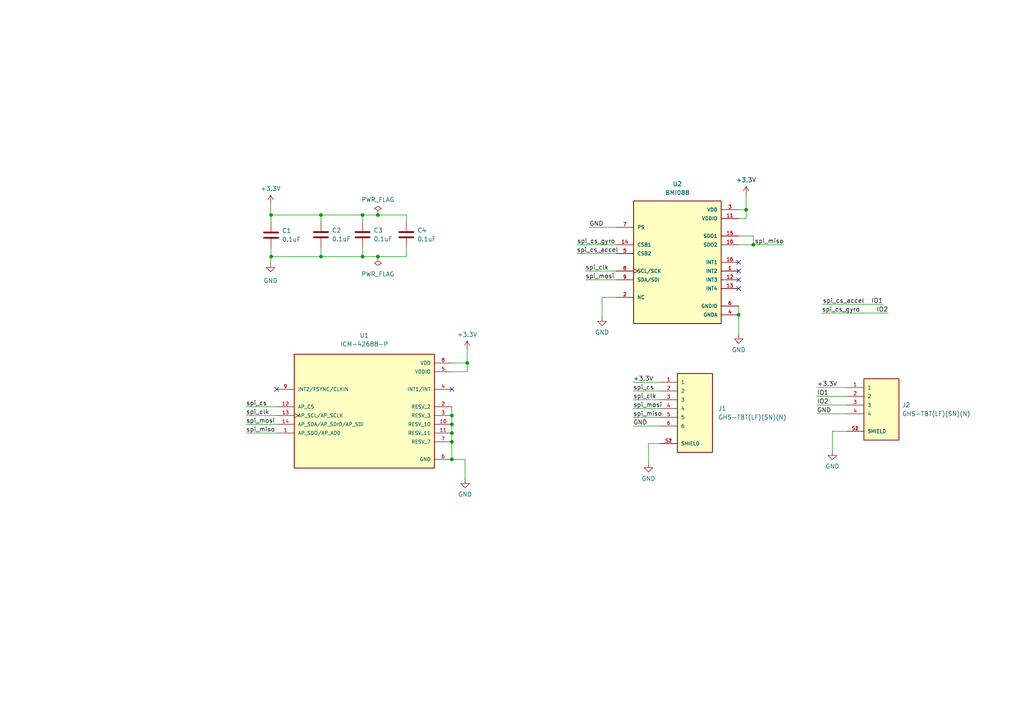
<source format=kicad_sch>
(kicad_sch (version 20230121) (generator eeschema)

  (uuid 988ee502-8596-4ebe-9b99-0eb76e7d156a)

  (paper "A4")

  (lib_symbols
    (symbol "BMI088:BMI088" (pin_names (offset 1.016)) (in_bom yes) (on_board yes)
      (property "Reference" "U" (at -12.7 18.415 0)
        (effects (font (size 1.27 1.27)) (justify left bottom))
      )
      (property "Value" "BMI088" (at -12.7 -20.32 0)
        (effects (font (size 1.27 1.27)) (justify left bottom))
      )
      (property "Footprint" "PQFN50P450X300X100-16N" (at 0 0 0)
        (effects (font (size 1.27 1.27)) (justify bottom) hide)
      )
      (property "Datasheet" "" (at 0 0 0)
        (effects (font (size 1.27 1.27)) hide)
      )
      (property "MF" "Bosch Sensortec" (at 0 0 0)
        (effects (font (size 1.27 1.27)) (justify bottom) hide)
      )
      (property "PURCHASE-URL" "https://pricing.snapeda.com/search/part/BMI088/?ref=eda" (at 0 0 0)
        (effects (font (size 1.27 1.27)) (justify bottom) hide)
      )
      (property "PACKAGE" "VFLGA-16 Bosch Sensortec" (at 0 0 0)
        (effects (font (size 1.27 1.27)) (justify bottom) hide)
      )
      (property "PRICE" "None" (at 0 0 0)
        (effects (font (size 1.27 1.27)) (justify bottom) hide)
      )
      (property "MP" "BMI088" (at 0 0 0)
        (effects (font (size 1.27 1.27)) (justify bottom) hide)
      )
      (property "AVAILABILITY" "In Stock" (at 0 0 0)
        (effects (font (size 1.27 1.27)) (justify bottom) hide)
      )
      (property "DESCRIPTION" "Accelerometer, Gyroscope, 6 Axis Sensor I²C, SPI Output" (at 0 0 0)
        (effects (font (size 1.27 1.27)) (justify bottom) hide)
      )
      (symbol "BMI088_0_0"
        (rectangle (start -12.7 -17.78) (end 12.7 17.78)
          (stroke (width 0.254) (type default))
          (fill (type background))
        )
        (pin bidirectional line (at 17.78 -2.54 180) (length 5.08)
          (name "INT2" (effects (font (size 1.016 1.016))))
          (number "1" (effects (font (size 1.016 1.016))))
        )
        (pin output line (at 17.78 5.08 180) (length 5.08)
          (name "SDO2" (effects (font (size 1.016 1.016))))
          (number "10" (effects (font (size 1.016 1.016))))
        )
        (pin power_in line (at 17.78 12.7 180) (length 5.08)
          (name "VDDIO" (effects (font (size 1.016 1.016))))
          (number "11" (effects (font (size 1.016 1.016))))
        )
        (pin bidirectional line (at 17.78 -5.08 180) (length 5.08)
          (name "INT3" (effects (font (size 1.016 1.016))))
          (number "12" (effects (font (size 1.016 1.016))))
        )
        (pin bidirectional line (at 17.78 -7.62 180) (length 5.08)
          (name "INT4" (effects (font (size 1.016 1.016))))
          (number "13" (effects (font (size 1.016 1.016))))
        )
        (pin input line (at -17.78 5.08 0) (length 5.08)
          (name "CSB1" (effects (font (size 1.016 1.016))))
          (number "14" (effects (font (size 1.016 1.016))))
        )
        (pin output line (at 17.78 7.62 180) (length 5.08)
          (name "SDO1" (effects (font (size 1.016 1.016))))
          (number "15" (effects (font (size 1.016 1.016))))
        )
        (pin bidirectional line (at 17.78 0 180) (length 5.08)
          (name "INT1" (effects (font (size 1.016 1.016))))
          (number "16" (effects (font (size 1.016 1.016))))
        )
        (pin passive line (at -17.78 -10.16 0) (length 5.08)
          (name "NC" (effects (font (size 1.016 1.016))))
          (number "2" (effects (font (size 1.016 1.016))))
        )
        (pin power_in line (at 17.78 15.24 180) (length 5.08)
          (name "VDD" (effects (font (size 1.016 1.016))))
          (number "3" (effects (font (size 1.016 1.016))))
        )
        (pin power_in line (at 17.78 -15.24 180) (length 5.08)
          (name "GNDA" (effects (font (size 1.016 1.016))))
          (number "4" (effects (font (size 1.016 1.016))))
        )
        (pin input line (at -17.78 2.54 0) (length 5.08)
          (name "CSB2" (effects (font (size 1.016 1.016))))
          (number "5" (effects (font (size 1.016 1.016))))
        )
        (pin power_in line (at 17.78 -12.7 180) (length 5.08)
          (name "GNDIO" (effects (font (size 1.016 1.016))))
          (number "6" (effects (font (size 1.016 1.016))))
        )
        (pin input line (at -17.78 10.16 0) (length 5.08)
          (name "PS" (effects (font (size 1.016 1.016))))
          (number "7" (effects (font (size 1.016 1.016))))
        )
        (pin input clock (at -17.78 -2.54 0) (length 5.08)
          (name "SCL/SCK" (effects (font (size 1.016 1.016))))
          (number "8" (effects (font (size 1.016 1.016))))
        )
        (pin bidirectional line (at -17.78 -5.08 0) (length 5.08)
          (name "SDA/SDI" (effects (font (size 1.016 1.016))))
          (number "9" (effects (font (size 1.016 1.016))))
        )
      )
    )
    (symbol "Device:C" (pin_numbers hide) (pin_names (offset 0.254)) (in_bom yes) (on_board yes)
      (property "Reference" "C" (at 0.635 2.54 0)
        (effects (font (size 1.27 1.27)) (justify left))
      )
      (property "Value" "C" (at 0.635 -2.54 0)
        (effects (font (size 1.27 1.27)) (justify left))
      )
      (property "Footprint" "" (at 0.9652 -3.81 0)
        (effects (font (size 1.27 1.27)) hide)
      )
      (property "Datasheet" "~" (at 0 0 0)
        (effects (font (size 1.27 1.27)) hide)
      )
      (property "ki_keywords" "cap capacitor" (at 0 0 0)
        (effects (font (size 1.27 1.27)) hide)
      )
      (property "ki_description" "Unpolarized capacitor" (at 0 0 0)
        (effects (font (size 1.27 1.27)) hide)
      )
      (property "ki_fp_filters" "C_*" (at 0 0 0)
        (effects (font (size 1.27 1.27)) hide)
      )
      (symbol "C_0_1"
        (polyline
          (pts
            (xy -2.032 -0.762)
            (xy 2.032 -0.762)
          )
          (stroke (width 0.508) (type default))
          (fill (type none))
        )
        (polyline
          (pts
            (xy -2.032 0.762)
            (xy 2.032 0.762)
          )
          (stroke (width 0.508) (type default))
          (fill (type none))
        )
      )
      (symbol "C_1_1"
        (pin passive line (at 0 3.81 270) (length 2.794)
          (name "~" (effects (font (size 1.27 1.27))))
          (number "1" (effects (font (size 1.27 1.27))))
        )
        (pin passive line (at 0 -3.81 90) (length 2.794)
          (name "~" (effects (font (size 1.27 1.27))))
          (number "2" (effects (font (size 1.27 1.27))))
        )
      )
    )
    (symbol "ICM-42688-P:ICM-42688-P" (pin_names (offset 1.016)) (in_bom yes) (on_board yes)
      (property "Reference" "U" (at -20.32 16.002 0)
        (effects (font (size 1.27 1.27)) (justify left bottom))
      )
      (property "Value" "ICM-42688-P" (at -20.32 -20.32 0)
        (effects (font (size 1.27 1.27)) (justify left bottom))
      )
      (property "Footprint" "PQFN50P300X250X97-14N" (at 0 0 0)
        (effects (font (size 1.27 1.27)) (justify bottom) hide)
      )
      (property "Datasheet" "" (at 0 0 0)
        (effects (font (size 1.27 1.27)) hide)
      )
      (property "PARTREV" "1.2" (at 0 0 0)
        (effects (font (size 1.27 1.27)) (justify bottom) hide)
      )
      (property "STANDARD" "IPC-7351B" (at 0 0 0)
        (effects (font (size 1.27 1.27)) (justify bottom) hide)
      )
      (property "MAXIMUM_PACKAGE_HEIGHT" "0.97mm" (at 0 0 0)
        (effects (font (size 1.27 1.27)) (justify bottom) hide)
      )
      (property "MANUFACTURER" "TDK InvenSense" (at 0 0 0)
        (effects (font (size 1.27 1.27)) (justify bottom) hide)
      )
      (symbol "ICM-42688-P_0_0"
        (rectangle (start -20.32 -17.78) (end 20.32 15.24)
          (stroke (width 0.254) (type default))
          (fill (type background))
        )
        (pin bidirectional line (at -25.4 -7.62 0) (length 5.08)
          (name "AP_SDO/AP_AD0" (effects (font (size 1.016 1.016))))
          (number "1" (effects (font (size 1.016 1.016))))
        )
        (pin passive line (at 25.4 -5.08 180) (length 5.08)
          (name "RESV_10" (effects (font (size 1.016 1.016))))
          (number "10" (effects (font (size 1.016 1.016))))
        )
        (pin passive line (at 25.4 -7.62 180) (length 5.08)
          (name "RESV_11" (effects (font (size 1.016 1.016))))
          (number "11" (effects (font (size 1.016 1.016))))
        )
        (pin input line (at -25.4 0 0) (length 5.08)
          (name "AP_CS" (effects (font (size 1.016 1.016))))
          (number "12" (effects (font (size 1.016 1.016))))
        )
        (pin input clock (at -25.4 -2.54 0) (length 5.08)
          (name "AP_SCL/AP_SCLK" (effects (font (size 1.016 1.016))))
          (number "13" (effects (font (size 1.016 1.016))))
        )
        (pin bidirectional line (at -25.4 -5.08 0) (length 5.08)
          (name "AP_SDA/AP_SDIO/AP_SDI" (effects (font (size 1.016 1.016))))
          (number "14" (effects (font (size 1.016 1.016))))
        )
        (pin passive line (at 25.4 0 180) (length 5.08)
          (name "RESV_2" (effects (font (size 1.016 1.016))))
          (number "2" (effects (font (size 1.016 1.016))))
        )
        (pin passive line (at 25.4 -2.54 180) (length 5.08)
          (name "RESV_3" (effects (font (size 1.016 1.016))))
          (number "3" (effects (font (size 1.016 1.016))))
        )
        (pin output line (at 25.4 5.08 180) (length 5.08)
          (name "INT1/INT" (effects (font (size 1.016 1.016))))
          (number "4" (effects (font (size 1.016 1.016))))
        )
        (pin power_in line (at 25.4 10.16 180) (length 5.08)
          (name "VDDIO" (effects (font (size 1.016 1.016))))
          (number "5" (effects (font (size 1.016 1.016))))
        )
        (pin passive line (at 25.4 -10.16 180) (length 5.08)
          (name "RESV_7" (effects (font (size 1.016 1.016))))
          (number "7" (effects (font (size 1.016 1.016))))
        )
        (pin power_in line (at 25.4 12.7 180) (length 5.08)
          (name "VDD" (effects (font (size 1.016 1.016))))
          (number "8" (effects (font (size 1.016 1.016))))
        )
        (pin bidirectional line (at -25.4 5.08 0) (length 5.08)
          (name "INT2/FSYNC/CLKIN" (effects (font (size 1.016 1.016))))
          (number "9" (effects (font (size 1.016 1.016))))
        )
      )
      (symbol "ICM-42688-P_1_0"
        (pin power_in line (at 25.4 -15.24 180) (length 5.08)
          (name "GND" (effects (font (size 1.016 1.016))))
          (number "6" (effects (font (size 1.016 1.016))))
        )
      )
    )
    (symbol "JST-GHS-1.25-BM04B:BM04B-GHS-TBT(LF)(SN)(N)" (pin_names (offset 1.016)) (in_bom yes) (on_board yes)
      (property "Reference" "J" (at -5.08 7.62 0)
        (effects (font (size 1.27 1.27)) (justify left bottom))
      )
      (property "Value" "BM04B-GHS-TBT(LF)(SN)(N)" (at -5.08 -12.7 0)
        (effects (font (size 1.27 1.27)) (justify left bottom))
      )
      (property "Footprint" "JST_BM04B-GHS-TBT(LF)(SN)(N)" (at 0 0 0)
        (effects (font (size 1.27 1.27)) (justify bottom) hide)
      )
      (property "Datasheet" "" (at 0 0 0)
        (effects (font (size 1.27 1.27)) hide)
      )
      (property "PARTREV" "N/A" (at 0 0 0)
        (effects (font (size 1.27 1.27)) (justify bottom) hide)
      )
      (property "MANUFACTURER" "JST" (at 0 0 0)
        (effects (font (size 1.27 1.27)) (justify bottom) hide)
      )
      (property "MAXIMUM_PACKAGE_HEIGHT" "4.05mm" (at 0 0 0)
        (effects (font (size 1.27 1.27)) (justify bottom) hide)
      )
      (property "STANDARD" "Manufacturer Recommendations" (at 0 0 0)
        (effects (font (size 1.27 1.27)) (justify bottom) hide)
      )
      (symbol "BM04B-GHS-TBT(LF)(SN)(N)_0_0"
        (rectangle (start -5.08 -10.16) (end 5.08 7.62)
          (stroke (width 0.254) (type default))
          (fill (type background))
        )
        (pin passive line (at -10.16 5.08 0) (length 5.08)
          (name "1" (effects (font (size 1.016 1.016))))
          (number "1" (effects (font (size 1.016 1.016))))
        )
        (pin passive line (at -10.16 2.54 0) (length 5.08)
          (name "2" (effects (font (size 1.016 1.016))))
          (number "2" (effects (font (size 1.016 1.016))))
        )
        (pin passive line (at -10.16 0 0) (length 5.08)
          (name "3" (effects (font (size 1.016 1.016))))
          (number "3" (effects (font (size 1.016 1.016))))
        )
        (pin passive line (at -10.16 -2.54 0) (length 5.08)
          (name "4" (effects (font (size 1.016 1.016))))
          (number "4" (effects (font (size 1.016 1.016))))
        )
        (pin passive line (at -10.16 -7.62 0) (length 5.08)
          (name "SHIELD" (effects (font (size 1.016 1.016))))
          (number "S1" (effects (font (size 1.016 1.016))))
        )
        (pin passive line (at -10.16 -7.62 0) (length 5.08)
          (name "SHIELD" (effects (font (size 1.016 1.016))))
          (number "S2" (effects (font (size 1.016 1.016))))
        )
      )
    )
    (symbol "JST-GHS-1.25-BM06B:BM06B-GHS-TBT(LF)(SN)(N)" (pin_names (offset 1.016)) (in_bom yes) (on_board yes)
      (property "Reference" "J" (at -5.08 10.16 0)
        (effects (font (size 1.27 1.27)) (justify left bottom))
      )
      (property "Value" "BM06B-GHS-TBT(LF)(SN)(N)" (at -5.08 -15.24 0)
        (effects (font (size 1.27 1.27)) (justify left bottom))
      )
      (property "Footprint" "JST_BM06B-GHS-TBT(LF)(SN)(N)" (at 0 0 0)
        (effects (font (size 1.27 1.27)) (justify bottom) hide)
      )
      (property "Datasheet" "" (at 0 0 0)
        (effects (font (size 1.27 1.27)) hide)
      )
      (property "PARTREV" "N/A" (at 0 0 0)
        (effects (font (size 1.27 1.27)) (justify bottom) hide)
      )
      (property "MANUFACTURER" "JST" (at 0 0 0)
        (effects (font (size 1.27 1.27)) (justify bottom) hide)
      )
      (property "MAXIMUM_PACKAGE_HEIGHT" "4.05mm" (at 0 0 0)
        (effects (font (size 1.27 1.27)) (justify bottom) hide)
      )
      (property "STANDARD" "Manufacturer Recommendations" (at 0 0 0)
        (effects (font (size 1.27 1.27)) (justify bottom) hide)
      )
      (symbol "BM06B-GHS-TBT(LF)(SN)(N)_0_0"
        (rectangle (start -5.08 -12.7) (end 5.08 10.16)
          (stroke (width 0.254) (type default))
          (fill (type background))
        )
        (pin passive line (at -10.16 7.62 0) (length 5.08)
          (name "1" (effects (font (size 1.016 1.016))))
          (number "1" (effects (font (size 1.016 1.016))))
        )
        (pin passive line (at -10.16 5.08 0) (length 5.08)
          (name "2" (effects (font (size 1.016 1.016))))
          (number "2" (effects (font (size 1.016 1.016))))
        )
        (pin passive line (at -10.16 2.54 0) (length 5.08)
          (name "3" (effects (font (size 1.016 1.016))))
          (number "3" (effects (font (size 1.016 1.016))))
        )
        (pin passive line (at -10.16 0 0) (length 5.08)
          (name "4" (effects (font (size 1.016 1.016))))
          (number "4" (effects (font (size 1.016 1.016))))
        )
        (pin passive line (at -10.16 -2.54 0) (length 5.08)
          (name "5" (effects (font (size 1.016 1.016))))
          (number "5" (effects (font (size 1.016 1.016))))
        )
        (pin passive line (at -10.16 -5.08 0) (length 5.08)
          (name "6" (effects (font (size 1.016 1.016))))
          (number "6" (effects (font (size 1.016 1.016))))
        )
        (pin passive line (at -10.16 -10.16 0) (length 5.08)
          (name "SHIELD" (effects (font (size 1.016 1.016))))
          (number "S1" (effects (font (size 1.016 1.016))))
        )
        (pin passive line (at -10.16 -10.16 0) (length 5.08)
          (name "SHIELD" (effects (font (size 1.016 1.016))))
          (number "S2" (effects (font (size 1.016 1.016))))
        )
      )
    )
    (symbol "power:+3.3V" (power) (pin_names (offset 0)) (in_bom yes) (on_board yes)
      (property "Reference" "#PWR" (at 0 -3.81 0)
        (effects (font (size 1.27 1.27)) hide)
      )
      (property "Value" "+3.3V" (at 0 3.556 0)
        (effects (font (size 1.27 1.27)))
      )
      (property "Footprint" "" (at 0 0 0)
        (effects (font (size 1.27 1.27)) hide)
      )
      (property "Datasheet" "" (at 0 0 0)
        (effects (font (size 1.27 1.27)) hide)
      )
      (property "ki_keywords" "global power" (at 0 0 0)
        (effects (font (size 1.27 1.27)) hide)
      )
      (property "ki_description" "Power symbol creates a global label with name \"+3.3V\"" (at 0 0 0)
        (effects (font (size 1.27 1.27)) hide)
      )
      (symbol "+3.3V_0_1"
        (polyline
          (pts
            (xy -0.762 1.27)
            (xy 0 2.54)
          )
          (stroke (width 0) (type default))
          (fill (type none))
        )
        (polyline
          (pts
            (xy 0 0)
            (xy 0 2.54)
          )
          (stroke (width 0) (type default))
          (fill (type none))
        )
        (polyline
          (pts
            (xy 0 2.54)
            (xy 0.762 1.27)
          )
          (stroke (width 0) (type default))
          (fill (type none))
        )
      )
      (symbol "+3.3V_1_1"
        (pin power_in line (at 0 0 90) (length 0) hide
          (name "+3.3V" (effects (font (size 1.27 1.27))))
          (number "1" (effects (font (size 1.27 1.27))))
        )
      )
    )
    (symbol "power:GND" (power) (pin_names (offset 0)) (in_bom yes) (on_board yes)
      (property "Reference" "#PWR" (at 0 -6.35 0)
        (effects (font (size 1.27 1.27)) hide)
      )
      (property "Value" "GND" (at 0 -3.81 0)
        (effects (font (size 1.27 1.27)))
      )
      (property "Footprint" "" (at 0 0 0)
        (effects (font (size 1.27 1.27)) hide)
      )
      (property "Datasheet" "" (at 0 0 0)
        (effects (font (size 1.27 1.27)) hide)
      )
      (property "ki_keywords" "global power" (at 0 0 0)
        (effects (font (size 1.27 1.27)) hide)
      )
      (property "ki_description" "Power symbol creates a global label with name \"GND\" , ground" (at 0 0 0)
        (effects (font (size 1.27 1.27)) hide)
      )
      (symbol "GND_0_1"
        (polyline
          (pts
            (xy 0 0)
            (xy 0 -1.27)
            (xy 1.27 -1.27)
            (xy 0 -2.54)
            (xy -1.27 -1.27)
            (xy 0 -1.27)
          )
          (stroke (width 0) (type default))
          (fill (type none))
        )
      )
      (symbol "GND_1_1"
        (pin power_in line (at 0 0 270) (length 0) hide
          (name "GND" (effects (font (size 1.27 1.27))))
          (number "1" (effects (font (size 1.27 1.27))))
        )
      )
    )
    (symbol "power:PWR_FLAG" (power) (pin_numbers hide) (pin_names (offset 0) hide) (in_bom yes) (on_board yes)
      (property "Reference" "#FLG" (at 0 1.905 0)
        (effects (font (size 1.27 1.27)) hide)
      )
      (property "Value" "PWR_FLAG" (at 0 3.81 0)
        (effects (font (size 1.27 1.27)))
      )
      (property "Footprint" "" (at 0 0 0)
        (effects (font (size 1.27 1.27)) hide)
      )
      (property "Datasheet" "~" (at 0 0 0)
        (effects (font (size 1.27 1.27)) hide)
      )
      (property "ki_keywords" "flag power" (at 0 0 0)
        (effects (font (size 1.27 1.27)) hide)
      )
      (property "ki_description" "Special symbol for telling ERC where power comes from" (at 0 0 0)
        (effects (font (size 1.27 1.27)) hide)
      )
      (symbol "PWR_FLAG_0_0"
        (pin power_out line (at 0 0 90) (length 0)
          (name "pwr" (effects (font (size 1.27 1.27))))
          (number "1" (effects (font (size 1.27 1.27))))
        )
      )
      (symbol "PWR_FLAG_0_1"
        (polyline
          (pts
            (xy 0 0)
            (xy 0 1.27)
            (xy -1.016 1.905)
            (xy 0 2.54)
            (xy 1.016 1.905)
            (xy 0 1.27)
          )
          (stroke (width 0) (type default))
          (fill (type none))
        )
      )
    )
  )

  (junction (at 78.613 62.357) (diameter 0) (color 0 0 0 0)
    (uuid 0eacf614-04ed-405d-abe0-4d74952058d3)
  )
  (junction (at 131.064 120.523) (diameter 0) (color 0 0 0 0)
    (uuid 1e091e17-0387-4e16-897f-52d94b12f52e)
  )
  (junction (at 109.601 74.422) (diameter 0) (color 0 0 0 0)
    (uuid 1e4716f9-ce3d-4de1-a39d-8e7111989907)
  )
  (junction (at 131.064 128.143) (diameter 0) (color 0 0 0 0)
    (uuid 22dc6f47-17e1-473c-b56b-d60ab416b0e9)
  )
  (junction (at 218.5034 70.993) (diameter 0) (color 0 0 0 0)
    (uuid 2597a464-897e-4c46-8d6f-f6118ba177e8)
  )
  (junction (at 78.6546 74.422) (diameter 0) (color 0 0 0 0)
    (uuid 3baa0ecf-44b8-48ec-a586-1fe33ae5b8bf)
  )
  (junction (at 93.091 74.422) (diameter 0) (color 0 0 0 0)
    (uuid 3cc74c6e-41d5-4fb8-a714-51fc6914ff3d)
  )
  (junction (at 216.408 60.833) (diameter 0) (color 0 0 0 0)
    (uuid 574aac75-38b4-472a-9bea-4a3d2214d94a)
  )
  (junction (at 105.156 74.422) (diameter 0) (color 0 0 0 0)
    (uuid 5a23a580-3d7c-4de3-8235-5f9b55dde564)
  )
  (junction (at 214.249 91.313) (diameter 0) (color 0 0 0 0)
    (uuid 8cff2ebe-7030-4513-8002-1d0f934e9250)
  )
  (junction (at 131.064 123.063) (diameter 0) (color 0 0 0 0)
    (uuid 8fdec6b7-9b79-40c1-8c6c-53db6247d439)
  )
  (junction (at 93.091 62.357) (diameter 0) (color 0 0 0 0)
    (uuid 9862dc7d-8ecd-45a8-a3b1-31e92062a891)
  )
  (junction (at 109.601 62.357) (diameter 0) (color 0 0 0 0)
    (uuid a72bc328-b598-49be-a501-2c3cecf11805)
  )
  (junction (at 105.156 62.357) (diameter 0) (color 0 0 0 0)
    (uuid a7b0c760-29b6-4d28-99c4-74d78786bc80)
  )
  (junction (at 131.064 125.603) (diameter 0) (color 0 0 0 0)
    (uuid a7bbd921-244e-4660-b7b4-e558907aaec8)
  )
  (junction (at 135.509 105.283) (diameter 0) (color 0 0 0 0)
    (uuid f5c6d6a1-02e8-4afd-ae44-3631d7371680)
  )
  (junction (at 131.064 133.223) (diameter 0) (color 0 0 0 0)
    (uuid f9fa0df6-b95b-4f88-a0bf-14a67085205b)
  )

  (no_connect (at 214.249 78.613) (uuid 35a34334-7eaa-4c49-8aa1-778b08cea829))
  (no_connect (at 131.064 112.903) (uuid 69da408d-69e6-4187-a50a-b61cfaf28373))
  (no_connect (at 214.249 76.073) (uuid 6cb7790d-f893-40ae-ad49-a66a00137f5f))
  (no_connect (at 214.249 83.693) (uuid 6f2ca4ac-2cba-411d-8c00-645778edb36e))
  (no_connect (at 80.264 112.903) (uuid a91c30d1-dc7d-4097-817b-6e35a28dd851))
  (no_connect (at 214.249 81.153) (uuid f368595d-03ad-48f5-a530-625dbd9d8969))

  (wire (pts (xy 236.982 117.475) (xy 245.491 117.475))
    (stroke (width 0) (type default))
    (uuid 0a81792a-a70a-4a3f-b871-be7794a88c65)
  )
  (wire (pts (xy 135.509 101.473) (xy 135.509 105.283))
    (stroke (width 0) (type default))
    (uuid 0d26ae1b-ff64-432b-ac44-ee836e3104bf)
  )
  (wire (pts (xy 167.386 70.993) (xy 178.689 70.993))
    (stroke (width 0) (type default))
    (uuid 0e606835-0113-4711-bc51-05dacbb9d14e)
  )
  (wire (pts (xy 255.524 90.805) (xy 238.379 90.805))
    (stroke (width 0) (type default))
    (uuid 0f99190e-2c02-4263-b615-c8b6a40fc931)
  )
  (wire (pts (xy 78.486 62.357) (xy 78.613 62.357))
    (stroke (width 0) (type default))
    (uuid 1106dfff-e2bf-4a77-874f-a514eb1658e3)
  )
  (wire (pts (xy 183.642 123.571) (xy 191.389 123.571))
    (stroke (width 0) (type default))
    (uuid 12615c8e-c577-4390-8ab5-34b4813a1329)
  )
  (wire (pts (xy 227.33 70.993) (xy 218.5034 70.993))
    (stroke (width 0) (type default))
    (uuid 160149ff-2ab8-446c-aa8b-8736861c7db7)
  )
  (wire (pts (xy 170.942 65.913) (xy 178.689 65.913))
    (stroke (width 0) (type default))
    (uuid 1b693fa7-f809-46c2-9bcf-73e338d3383c)
  )
  (wire (pts (xy 78.613 74.4086) (xy 78.6546 74.4086))
    (stroke (width 0) (type default))
    (uuid 1be450e5-277e-46ce-9438-81ad3576ab4a)
  )
  (wire (pts (xy 174.625 86.233) (xy 178.689 86.233))
    (stroke (width 0) (type default))
    (uuid 1eb20089-1ad1-4e7a-98e1-62d8af53ddc4)
  )
  (wire (pts (xy 214.249 91.313) (xy 214.249 97.028))
    (stroke (width 0) (type default))
    (uuid 1eb76406-67cb-4455-981b-16e20644c0b9)
  )
  (wire (pts (xy 218.5034 68.453) (xy 218.5034 70.993))
    (stroke (width 0) (type default))
    (uuid 1ecf31b9-aacb-4944-bbe3-c79b12873a09)
  )
  (wire (pts (xy 117.856 62.357) (xy 117.856 64.262))
    (stroke (width 0) (type default))
    (uuid 2269873b-9551-4834-b89b-de110da3346c)
  )
  (wire (pts (xy 134.874 133.223) (xy 134.874 138.938))
    (stroke (width 0) (type default))
    (uuid 23ab3e6d-e298-4e88-84ce-3c6c1df440fc)
  )
  (wire (pts (xy 183.642 113.411) (xy 191.389 113.411))
    (stroke (width 0) (type default))
    (uuid 2439475d-c89b-436e-91ed-7a15740690df)
  )
  (wire (pts (xy 214.249 68.453) (xy 218.5034 68.453))
    (stroke (width 0) (type default))
    (uuid 27a98c88-951d-4168-aa49-760afcd62537)
  )
  (wire (pts (xy 78.6546 74.4086) (xy 78.6546 74.422))
    (stroke (width 0) (type default))
    (uuid 2aa22cd9-2bdd-431b-aae8-7bd598d02159)
  )
  (wire (pts (xy 135.509 105.283) (xy 135.509 107.823))
    (stroke (width 0) (type default))
    (uuid 2b0cc65a-0742-4e0c-a25a-72b303cdb60a)
  )
  (wire (pts (xy 93.091 62.357) (xy 93.091 64.262))
    (stroke (width 0) (type default))
    (uuid 2b6e925c-3044-437d-95de-982842158456)
  )
  (wire (pts (xy 131.064 105.283) (xy 135.509 105.283))
    (stroke (width 0) (type default))
    (uuid 31f83022-2b5a-47d1-8837-66b42da47191)
  )
  (wire (pts (xy 131.064 120.523) (xy 131.064 123.063))
    (stroke (width 0) (type default))
    (uuid 3436f8f8-f812-45e5-8df8-8834fea193d1)
  )
  (wire (pts (xy 241.427 125.095) (xy 245.491 125.095))
    (stroke (width 0) (type default))
    (uuid 34550f0e-b6c9-4852-8c37-740007fb124b)
  )
  (wire (pts (xy 236.982 114.935) (xy 245.491 114.935))
    (stroke (width 0) (type default))
    (uuid 349caff7-082a-4b6b-a070-ce8f1cffbf83)
  )
  (wire (pts (xy 93.091 62.357) (xy 105.156 62.357))
    (stroke (width 0) (type default))
    (uuid 35c7634f-7758-4ab9-b520-301578b5b1c8)
  )
  (wire (pts (xy 188.087 128.651) (xy 191.389 128.651))
    (stroke (width 0) (type default))
    (uuid 379066cf-1502-4f78-95cb-f670e98e1412)
  )
  (wire (pts (xy 183.642 118.491) (xy 191.389 118.491))
    (stroke (width 0) (type default))
    (uuid 3a9ceff9-cfc4-47e4-8b68-acfda874567a)
  )
  (wire (pts (xy 131.064 107.823) (xy 135.509 107.823))
    (stroke (width 0) (type default))
    (uuid 41318521-ac4c-49a6-8ed1-5cd39b175c0d)
  )
  (wire (pts (xy 169.799 78.613) (xy 178.689 78.613))
    (stroke (width 0) (type default))
    (uuid 46d2aa2f-fb3a-4dd6-bbe6-ddb7d753a995)
  )
  (wire (pts (xy 71.374 123.063) (xy 80.264 123.063))
    (stroke (width 0) (type default))
    (uuid 4d7e3318-1973-4653-8682-73c039b488dc)
  )
  (wire (pts (xy 188.087 128.651) (xy 188.087 134.366))
    (stroke (width 0) (type default))
    (uuid 5531f25e-df2c-41e2-8bfb-03f6caad8c5e)
  )
  (wire (pts (xy 131.064 128.143) (xy 131.064 133.223))
    (stroke (width 0) (type default))
    (uuid 57e3f7e5-8037-46ba-a4cc-c66644870956)
  )
  (wire (pts (xy 241.427 125.095) (xy 241.427 130.81))
    (stroke (width 0) (type default))
    (uuid 657e0ef5-d560-4287-90ba-d2f813ca38db)
  )
  (wire (pts (xy 169.799 81.153) (xy 178.689 81.153))
    (stroke (width 0) (type default))
    (uuid 68564727-0989-481c-aad8-3834a8e414a5)
  )
  (wire (pts (xy 71.374 125.603) (xy 80.264 125.603))
    (stroke (width 0) (type default))
    (uuid 6c2d25db-17a2-4103-8df9-c24561921fba)
  )
  (wire (pts (xy 78.6546 74.422) (xy 93.091 74.422))
    (stroke (width 0) (type default))
    (uuid 6e9db8f9-49a9-4762-b030-7e1109763061)
  )
  (wire (pts (xy 78.613 62.357) (xy 93.091 62.357))
    (stroke (width 0) (type default))
    (uuid 6f5a8f8e-e9c3-40f7-8473-e311700c55aa)
  )
  (wire (pts (xy 78.613 64.389) (xy 78.613 62.357))
    (stroke (width 0) (type default))
    (uuid 766c1fd3-811f-471b-9b23-c007f142e486)
  )
  (wire (pts (xy 216.408 63.373) (xy 214.249 63.373))
    (stroke (width 0) (type default))
    (uuid 7b15aa6e-203d-455b-afd0-70771f12ccea)
  )
  (wire (pts (xy 131.064 125.603) (xy 131.064 128.143))
    (stroke (width 0) (type default))
    (uuid 7b719c96-a123-409d-afdc-7949dc88b7f2)
  )
  (wire (pts (xy 71.374 117.983) (xy 80.264 117.983))
    (stroke (width 0) (type default))
    (uuid 7cd705c5-aaac-46b1-bab8-fdca83a8342a)
  )
  (wire (pts (xy 93.091 71.882) (xy 93.091 74.422))
    (stroke (width 0) (type default))
    (uuid 918b063a-1227-4fac-8193-d1c4eb6e443a)
  )
  (wire (pts (xy 183.642 115.951) (xy 191.389 115.951))
    (stroke (width 0) (type default))
    (uuid 93b303eb-7d15-4f1d-8e85-d34fc4cb0bf6)
  )
  (wire (pts (xy 109.601 74.422) (xy 117.856 74.422))
    (stroke (width 0) (type default))
    (uuid 96a4c69e-b1e6-4091-b750-e05c060c2950)
  )
  (wire (pts (xy 93.091 74.422) (xy 105.156 74.422))
    (stroke (width 0) (type default))
    (uuid 9717c3cb-2332-47bd-9856-b5247034567b)
  )
  (wire (pts (xy 131.064 123.063) (xy 131.064 125.603))
    (stroke (width 0) (type default))
    (uuid 989245fc-bbce-49a0-9872-3be7e0ed1b9b)
  )
  (wire (pts (xy 105.156 62.357) (xy 109.601 62.357))
    (stroke (width 0) (type default))
    (uuid 9b7f52ed-aca0-4f37-8eb7-706dea40b8f5)
  )
  (wire (pts (xy 236.982 112.395) (xy 245.491 112.395))
    (stroke (width 0) (type default))
    (uuid 9f7b9938-daeb-443a-aaa6-25ff3a030b6f)
  )
  (wire (pts (xy 105.156 71.882) (xy 105.156 74.422))
    (stroke (width 0) (type default))
    (uuid a50af9f0-6c87-47e7-b6f0-505cbb4102d4)
  )
  (wire (pts (xy 105.156 74.422) (xy 109.601 74.422))
    (stroke (width 0) (type default))
    (uuid a96fc648-84c9-45d9-8b7f-583a859fafc9)
  )
  (wire (pts (xy 71.374 120.523) (xy 80.264 120.523))
    (stroke (width 0) (type default))
    (uuid af0f9f94-c0e2-4396-ae54-af1a04a4eed6)
  )
  (wire (pts (xy 109.601 62.357) (xy 117.856 62.357))
    (stroke (width 0) (type default))
    (uuid be6967ee-e203-458c-9c02-ead0c926b41e)
  )
  (wire (pts (xy 214.249 60.833) (xy 216.408 60.833))
    (stroke (width 0) (type default))
    (uuid c25c830e-ae6c-416d-b2c1-8bf50f5a835e)
  )
  (wire (pts (xy 78.486 74.422) (xy 78.486 76.327))
    (stroke (width 0) (type default))
    (uuid c3a0f32f-33b6-4485-b2c2-3f279295bb30)
  )
  (wire (pts (xy 131.064 117.983) (xy 131.064 120.523))
    (stroke (width 0) (type default))
    (uuid c3bc7bc5-08f5-4c99-a139-3450492c07b1)
  )
  (wire (pts (xy 167.259 73.533) (xy 178.689 73.533))
    (stroke (width 0) (type default))
    (uuid cbcafdee-915e-426d-9520-c51bfc134215)
  )
  (wire (pts (xy 174.625 86.233) (xy 174.625 91.948))
    (stroke (width 0) (type default))
    (uuid cc251e8b-5117-430e-82df-1765d88c3dae)
  )
  (wire (pts (xy 183.642 110.871) (xy 191.389 110.871))
    (stroke (width 0) (type default))
    (uuid cd0a7a94-c61b-44b9-a613-3339c79c9c9f)
  )
  (wire (pts (xy 131.064 133.223) (xy 134.874 133.223))
    (stroke (width 0) (type default))
    (uuid d07bbb69-b41a-423b-a2f8-a73758e997e4)
  )
  (wire (pts (xy 105.156 62.357) (xy 105.156 64.262))
    (stroke (width 0) (type default))
    (uuid d64e73d6-a092-4bce-8b24-43bb8c9a1b8c)
  )
  (wire (pts (xy 214.249 88.773) (xy 214.249 91.313))
    (stroke (width 0) (type default))
    (uuid d6883346-38d5-4d9c-af25-3a233e4c98de)
  )
  (wire (pts (xy 78.613 72.009) (xy 78.613 74.4086))
    (stroke (width 0) (type default))
    (uuid d9abee19-f8f4-40d3-bfb1-a2dc2552a776)
  )
  (wire (pts (xy 78.486 74.422) (xy 78.6546 74.422))
    (stroke (width 0) (type default))
    (uuid dd86890c-8cca-4148-8251-f160d4f36bf3)
  )
  (wire (pts (xy 117.856 71.882) (xy 117.856 74.422))
    (stroke (width 0) (type default))
    (uuid e41a3242-ef04-4d92-94fe-4ce15e85097c)
  )
  (wire (pts (xy 216.408 56.642) (xy 216.408 60.833))
    (stroke (width 0) (type default))
    (uuid e4599954-bdb8-4aab-9060-f2a6d09a4cca)
  )
  (wire (pts (xy 78.486 59.182) (xy 78.486 62.357))
    (stroke (width 0) (type default))
    (uuid e688d088-3031-475f-bce9-a545d131105d)
  )
  (wire (pts (xy 214.249 70.993) (xy 218.5034 70.993))
    (stroke (width 0) (type default))
    (uuid e802de82-f4ab-46fa-94e2-a40fb2be0a2c)
  )
  (wire (pts (xy 183.642 121.031) (xy 191.389 121.031))
    (stroke (width 0) (type default))
    (uuid ec5f38a4-65bf-49c9-a30c-f677a76ce8b4)
  )
  (wire (pts (xy 255.524 90.801) (xy 257.5805 90.801))
    (stroke (width 0) (type default))
    (uuid f036554b-69bd-4bf0-b6ed-b3d4e88307e7)
  )
  (wire (pts (xy 255.524 90.801) (xy 255.524 90.805))
    (stroke (width 0) (type default))
    (uuid f091a181-fe25-4d92-add4-ddd97880e68a)
  )
  (wire (pts (xy 256.0793 88.265) (xy 238.633 88.265))
    (stroke (width 0) (type default))
    (uuid f30c9653-e832-4a51-b56a-2dbbfcc7f688)
  )
  (wire (pts (xy 216.408 60.833) (xy 216.408 63.373))
    (stroke (width 0) (type default))
    (uuid f486d553-d1a5-4ae9-aa6c-53ccf3f8a85b)
  )
  (wire (pts (xy 236.982 120.015) (xy 245.491 120.015))
    (stroke (width 0) (type default))
    (uuid fedb6c44-611a-4419-82c2-332b6f4f2159)
  )

  (label "spi_cs_gyro" (at 238.379 90.805 0) (fields_autoplaced)
    (effects (font (size 1.27 1.27)) (justify left bottom))
    (uuid 01295abd-1b3e-460d-9d9b-8641b56a74a7)
  )
  (label "spi_cs_accel" (at 167.259 73.533 0) (fields_autoplaced)
    (effects (font (size 1.27 1.27)) (justify left bottom))
    (uuid 12838c67-50e8-4de7-8095-119fd1492eca)
  )
  (label "spi_clk" (at 169.799 78.613 0) (fields_autoplaced)
    (effects (font (size 1.27 1.27)) (justify left bottom))
    (uuid 2c3cdd1a-e6b4-45ae-b536-9847381f6b50)
  )
  (label "spi_mosi" (at 183.642 118.491 0) (fields_autoplaced)
    (effects (font (size 1.27 1.27)) (justify left bottom))
    (uuid 3645a535-f4e2-42bf-a32b-d0d6ae2678ff)
  )
  (label "spi_mosi" (at 71.374 123.063 0) (fields_autoplaced)
    (effects (font (size 1.27 1.27)) (justify left bottom))
    (uuid 4ad83d32-c76d-4c2d-a3ae-127a4542ad89)
  )
  (label "GND" (at 183.642 123.571 0) (fields_autoplaced)
    (effects (font (size 1.27 1.27)) (justify left bottom))
    (uuid 4d294cc0-d65c-4e56-9f71-734a8863a62c)
  )
  (label "spi_miso" (at 71.374 125.603 0) (fields_autoplaced)
    (effects (font (size 1.27 1.27)) (justify left bottom))
    (uuid 537a9d25-221e-4e1f-86da-bac2aceab0a6)
  )
  (label "spi_cs" (at 183.642 113.411 0) (fields_autoplaced)
    (effects (font (size 1.27 1.27)) (justify left bottom))
    (uuid 5707f806-3bdf-4f84-acde-da466b097f1c)
  )
  (label "spi_cs_accel" (at 238.633 88.265 0) (fields_autoplaced)
    (effects (font (size 1.27 1.27)) (justify left bottom))
    (uuid 57d572dd-7035-4312-8414-a7c5a0b3b87b)
  )
  (label "+3.3V" (at 183.642 110.871 0) (fields_autoplaced)
    (effects (font (size 1.27 1.27)) (justify left bottom))
    (uuid 5bfa4bb3-447f-41f1-b10c-d4d3788f590d)
  )
  (label "spi_clk" (at 71.374 120.523 0) (fields_autoplaced)
    (effects (font (size 1.27 1.27)) (justify left bottom))
    (uuid 73527e7d-bb89-492a-ac39-b841ec4a5f24)
  )
  (label "IO2" (at 257.5805 90.801 180) (fields_autoplaced)
    (effects (font (size 1.27 1.27)) (justify right bottom))
    (uuid 766e1f5d-7992-4c14-a099-cb34df7c83a2)
  )
  (label "spi_cs" (at 71.374 117.983 0) (fields_autoplaced)
    (effects (font (size 1.27 1.27)) (justify left bottom))
    (uuid 7905b36b-96ad-4d24-9cb3-4811b50e660b)
  )
  (label "spi_miso" (at 183.642 121.031 0) (fields_autoplaced)
    (effects (font (size 1.27 1.27)) (justify left bottom))
    (uuid 7c015c4f-a49e-42e4-88e4-99f28d3ab5a9)
  )
  (label "IO2" (at 236.982 117.475 0) (fields_autoplaced)
    (effects (font (size 1.27 1.27)) (justify left bottom))
    (uuid 8594a0c1-2c57-4b51-877a-7ad50f04846f)
  )
  (label "GND" (at 236.982 120.015 0) (fields_autoplaced)
    (effects (font (size 1.27 1.27)) (justify left bottom))
    (uuid 9266127e-905f-4e1e-9cf1-127923db6475)
  )
  (label "spi_mosi" (at 169.799 81.153 0) (fields_autoplaced)
    (effects (font (size 1.27 1.27)) (justify left bottom))
    (uuid 96e757bf-ee7b-4e8e-ab74-9f7ae04c2342)
  )
  (label "IO1" (at 256.0793 88.265 180) (fields_autoplaced)
    (effects (font (size 1.27 1.27)) (justify right bottom))
    (uuid 99aeaef4-a08d-4bd4-8122-ca344a393265)
  )
  (label "GND" (at 170.942 65.913 0) (fields_autoplaced)
    (effects (font (size 1.27 1.27)) (justify left bottom))
    (uuid 9caff169-b41d-4bc9-8180-081e59d39c76)
  )
  (label "spi_miso" (at 227.33 70.993 180) (fields_autoplaced)
    (effects (font (size 1.27 1.27)) (justify right bottom))
    (uuid a43dfa88-e782-4827-894d-adfef3a6431a)
  )
  (label "spi_clk" (at 183.642 115.951 0) (fields_autoplaced)
    (effects (font (size 1.27 1.27)) (justify left bottom))
    (uuid c67e7123-b92d-4aed-979a-eebcafaa871a)
  )
  (label "spi_cs_gyro" (at 167.386 70.993 0) (fields_autoplaced)
    (effects (font (size 1.27 1.27)) (justify left bottom))
    (uuid d873ea92-b9b3-4997-89a6-96a9c96713a5)
  )
  (label "+3.3V" (at 236.982 112.395 0) (fields_autoplaced)
    (effects (font (size 1.27 1.27)) (justify left bottom))
    (uuid f05ce290-3513-443a-9413-4b70bfe332b3)
  )
  (label "IO1" (at 236.982 114.935 0) (fields_autoplaced)
    (effects (font (size 1.27 1.27)) (justify left bottom))
    (uuid f25d16c8-935b-49b5-9a7f-a1c34dfadc5f)
  )

  (symbol (lib_id "ICM-42688-P:ICM-42688-P") (at 105.664 117.983 0) (unit 1)
    (in_bom yes) (on_board yes) (dnp no) (fields_autoplaced)
    (uuid 00c2b123-a046-4fde-82d0-e4753673659a)
    (property "Reference" "U1" (at 105.664 97.282 0)
      (effects (font (size 1.27 1.27)))
    )
    (property "Value" "ICM-42688-P" (at 105.664 99.822 0)
      (effects (font (size 1.27 1.27)))
    )
    (property "Footprint" "ICM-42688-P:ICM-42688-P" (at 105.664 117.983 0)
      (effects (font (size 1.27 1.27)) (justify bottom) hide)
    )
    (property "Datasheet" "" (at 105.664 117.983 0)
      (effects (font (size 1.27 1.27)) hide)
    )
    (property "PARTREV" "1.2" (at 105.664 117.983 0)
      (effects (font (size 1.27 1.27)) (justify bottom) hide)
    )
    (property "STANDARD" "IPC-7351B" (at 105.664 117.983 0)
      (effects (font (size 1.27 1.27)) (justify bottom) hide)
    )
    (property "MAXIMUM_PACKAGE_HEIGHT" "0.97mm" (at 105.664 117.983 0)
      (effects (font (size 1.27 1.27)) (justify bottom) hide)
    )
    (property "MANUFACTURER" "TDK InvenSense" (at 105.664 117.983 0)
      (effects (font (size 1.27 1.27)) (justify bottom) hide)
    )
    (pin "1" (uuid 2373308f-471a-47b9-b3d8-aa102d4587dd))
    (pin "10" (uuid f20e42cf-a79f-4c25-8103-273721cf6fc2))
    (pin "11" (uuid 3ad395a8-1ff8-4f2a-9f60-7bf02156f25a))
    (pin "12" (uuid 4fc8673c-c096-4e14-9c63-bc6562754a41))
    (pin "13" (uuid a06dd44d-521e-4145-9f63-088764cd5867))
    (pin "14" (uuid e94b8b8a-ac37-49ed-a688-61fabd8d522d))
    (pin "2" (uuid 202b31a5-2c18-4055-b890-01143ae12f0d))
    (pin "3" (uuid b6ce22c8-f210-4c32-a4cc-769606ac17ea))
    (pin "4" (uuid ece44e0a-cdcb-4962-ae3b-952d2d487193))
    (pin "5" (uuid d242adfe-69ce-435c-b32b-00c672506bc2))
    (pin "7" (uuid cf47610e-7aa9-4882-84ef-25aa59ccd6c6))
    (pin "8" (uuid a48fccb9-9358-4973-95cb-c71cd601d968))
    (pin "9" (uuid c8427b2b-250f-4f66-ae15-86585b772fb1))
    (pin "6" (uuid 2be4a3ff-f58a-44a0-abbf-eadf628155a5))
    (instances
      (project "gyro"
        (path "/988ee502-8596-4ebe-9b99-0eb76e7d156a"
          (reference "U1") (unit 1)
        )
      )
    )
  )

  (symbol (lib_id "Device:C") (at 78.613 68.199 0) (unit 1)
    (in_bom yes) (on_board yes) (dnp no)
    (uuid 2420e70a-508a-4092-bcf8-4e4f75f4d1ed)
    (property "Reference" "C1" (at 81.788 66.929 0)
      (effects (font (size 1.27 1.27)) (justify left))
    )
    (property "Value" "0.1uF" (at 81.788 69.469 0)
      (effects (font (size 1.27 1.27)) (justify left))
    )
    (property "Footprint" "Capacitor_SMD:C_0805_2012Metric" (at 79.5782 72.009 0)
      (effects (font (size 1.27 1.27)) hide)
    )
    (property "Datasheet" "~" (at 78.613 68.199 0)
      (effects (font (size 1.27 1.27)) hide)
    )
    (pin "1" (uuid a6f742a3-d5e8-4b48-b1b5-56504a5e4850))
    (pin "2" (uuid 0437a55c-a65b-4708-9d4e-f02170c3864a))
    (instances
      (project "gyro"
        (path "/988ee502-8596-4ebe-9b99-0eb76e7d156a"
          (reference "C1") (unit 1)
        )
      )
    )
  )

  (symbol (lib_id "power:+3.3V") (at 78.486 59.182 0) (unit 1)
    (in_bom yes) (on_board yes) (dnp no) (fields_autoplaced)
    (uuid 4a7fcc79-9a52-4181-9a29-3b3d555d54be)
    (property "Reference" "#PWR08" (at 78.486 62.992 0)
      (effects (font (size 1.27 1.27)) hide)
    )
    (property "Value" "+3.3V" (at 78.486 54.737 0)
      (effects (font (size 1.27 1.27)))
    )
    (property "Footprint" "" (at 78.486 59.182 0)
      (effects (font (size 1.27 1.27)) hide)
    )
    (property "Datasheet" "" (at 78.486 59.182 0)
      (effects (font (size 1.27 1.27)) hide)
    )
    (pin "1" (uuid 950c527a-147d-4911-a0f9-b341634a0771))
    (instances
      (project "gyro"
        (path "/988ee502-8596-4ebe-9b99-0eb76e7d156a"
          (reference "#PWR08") (unit 1)
        )
      )
    )
  )

  (symbol (lib_id "power:GND") (at 188.087 134.366 0) (unit 1)
    (in_bom yes) (on_board yes) (dnp no) (fields_autoplaced)
    (uuid 4c1ea7cd-7e29-40bf-aaf0-9a909adb331b)
    (property "Reference" "#PWR03" (at 188.087 140.716 0)
      (effects (font (size 1.27 1.27)) hide)
    )
    (property "Value" "GND" (at 188.087 138.811 0)
      (effects (font (size 1.27 1.27)))
    )
    (property "Footprint" "" (at 188.087 134.366 0)
      (effects (font (size 1.27 1.27)) hide)
    )
    (property "Datasheet" "" (at 188.087 134.366 0)
      (effects (font (size 1.27 1.27)) hide)
    )
    (pin "1" (uuid 9134a768-a641-42fa-a52f-c8e6f209b391))
    (instances
      (project "gyro"
        (path "/988ee502-8596-4ebe-9b99-0eb76e7d156a"
          (reference "#PWR03") (unit 1)
        )
      )
    )
  )

  (symbol (lib_id "power:+3.3V") (at 216.408 56.642 0) (unit 1)
    (in_bom yes) (on_board yes) (dnp no) (fields_autoplaced)
    (uuid 50773b0b-1afe-4283-8b5a-5a0bc69992ff)
    (property "Reference" "#PWR07" (at 216.408 60.452 0)
      (effects (font (size 1.27 1.27)) hide)
    )
    (property "Value" "+3.3V" (at 216.408 52.197 0)
      (effects (font (size 1.27 1.27)))
    )
    (property "Footprint" "" (at 216.408 56.642 0)
      (effects (font (size 1.27 1.27)) hide)
    )
    (property "Datasheet" "" (at 216.408 56.642 0)
      (effects (font (size 1.27 1.27)) hide)
    )
    (pin "1" (uuid 8dee82e9-5616-49c7-8cf2-54287231f002))
    (instances
      (project "gyro"
        (path "/988ee502-8596-4ebe-9b99-0eb76e7d156a"
          (reference "#PWR07") (unit 1)
        )
      )
    )
  )

  (symbol (lib_id "Device:C") (at 93.091 68.072 0) (unit 1)
    (in_bom yes) (on_board yes) (dnp no) (fields_autoplaced)
    (uuid 53d0fe25-98ad-40ea-b0ce-6156e216da14)
    (property "Reference" "C2" (at 96.266 66.802 0)
      (effects (font (size 1.27 1.27)) (justify left))
    )
    (property "Value" "0.1uF" (at 96.266 69.342 0)
      (effects (font (size 1.27 1.27)) (justify left))
    )
    (property "Footprint" "Capacitor_SMD:C_0805_2012Metric" (at 94.0562 71.882 0)
      (effects (font (size 1.27 1.27)) hide)
    )
    (property "Datasheet" "~" (at 93.091 68.072 0)
      (effects (font (size 1.27 1.27)) hide)
    )
    (pin "1" (uuid 9a554c24-49f3-4df6-8f43-92196577c7cd))
    (pin "2" (uuid b491b588-0fa9-4c43-a0e4-e40f417cfe3d))
    (instances
      (project "gyro"
        (path "/988ee502-8596-4ebe-9b99-0eb76e7d156a"
          (reference "C2") (unit 1)
        )
      )
    )
  )

  (symbol (lib_id "power:GND") (at 214.249 97.028 0) (unit 1)
    (in_bom yes) (on_board yes) (dnp no) (fields_autoplaced)
    (uuid 5dca34ac-e774-42bb-aa93-ee4c38c3c776)
    (property "Reference" "#PWR05" (at 214.249 103.378 0)
      (effects (font (size 1.27 1.27)) hide)
    )
    (property "Value" "GND" (at 214.249 101.473 0)
      (effects (font (size 1.27 1.27)))
    )
    (property "Footprint" "" (at 214.249 97.028 0)
      (effects (font (size 1.27 1.27)) hide)
    )
    (property "Datasheet" "" (at 214.249 97.028 0)
      (effects (font (size 1.27 1.27)) hide)
    )
    (pin "1" (uuid 2692c756-fda0-41dc-9323-5a35f10b7fd6))
    (instances
      (project "gyro"
        (path "/988ee502-8596-4ebe-9b99-0eb76e7d156a"
          (reference "#PWR05") (unit 1)
        )
      )
    )
  )

  (symbol (lib_id "power:GND") (at 174.625 91.948 0) (unit 1)
    (in_bom yes) (on_board yes) (dnp no) (fields_autoplaced)
    (uuid 60ef182e-04e2-4d81-bcfe-d397976d18d8)
    (property "Reference" "#PWR06" (at 174.625 98.298 0)
      (effects (font (size 1.27 1.27)) hide)
    )
    (property "Value" "GND" (at 174.625 96.393 0)
      (effects (font (size 1.27 1.27)))
    )
    (property "Footprint" "" (at 174.625 91.948 0)
      (effects (font (size 1.27 1.27)) hide)
    )
    (property "Datasheet" "" (at 174.625 91.948 0)
      (effects (font (size 1.27 1.27)) hide)
    )
    (pin "1" (uuid e8e1e839-4d0f-451a-bc1b-a5abf73e553e))
    (instances
      (project "gyro"
        (path "/988ee502-8596-4ebe-9b99-0eb76e7d156a"
          (reference "#PWR06") (unit 1)
        )
      )
    )
  )

  (symbol (lib_id "power:PWR_FLAG") (at 109.601 62.357 0) (unit 1)
    (in_bom yes) (on_board yes) (dnp no) (fields_autoplaced)
    (uuid 615c6448-f588-456f-84d2-f12a7a4525b6)
    (property "Reference" "#FLG01" (at 109.601 60.452 0)
      (effects (font (size 1.27 1.27)) hide)
    )
    (property "Value" "PWR_FLAG" (at 109.601 57.912 0)
      (effects (font (size 1.27 1.27)))
    )
    (property "Footprint" "" (at 109.601 62.357 0)
      (effects (font (size 1.27 1.27)) hide)
    )
    (property "Datasheet" "~" (at 109.601 62.357 0)
      (effects (font (size 1.27 1.27)) hide)
    )
    (pin "1" (uuid 14d12dd3-2831-4e45-97f2-6f505fef3d17))
    (instances
      (project "gyro"
        (path "/988ee502-8596-4ebe-9b99-0eb76e7d156a"
          (reference "#FLG01") (unit 1)
        )
      )
    )
  )

  (symbol (lib_id "power:+3.3V") (at 135.509 101.473 0) (unit 1)
    (in_bom yes) (on_board yes) (dnp no) (fields_autoplaced)
    (uuid 729ba34a-236d-4775-8fb7-b0bd8f2f1f5a)
    (property "Reference" "#PWR02" (at 135.509 105.283 0)
      (effects (font (size 1.27 1.27)) hide)
    )
    (property "Value" "+3.3V" (at 135.509 97.028 0)
      (effects (font (size 1.27 1.27)))
    )
    (property "Footprint" "" (at 135.509 101.473 0)
      (effects (font (size 1.27 1.27)) hide)
    )
    (property "Datasheet" "" (at 135.509 101.473 0)
      (effects (font (size 1.27 1.27)) hide)
    )
    (pin "1" (uuid 53a40d8c-6dc0-44cf-96c1-276c30baf2a1))
    (instances
      (project "gyro"
        (path "/988ee502-8596-4ebe-9b99-0eb76e7d156a"
          (reference "#PWR02") (unit 1)
        )
      )
    )
  )

  (symbol (lib_id "power:GND") (at 78.486 76.327 0) (unit 1)
    (in_bom yes) (on_board yes) (dnp no) (fields_autoplaced)
    (uuid 77c873b5-49fc-4cd9-a543-1c8da44019f3)
    (property "Reference" "#PWR09" (at 78.486 82.677 0)
      (effects (font (size 1.27 1.27)) hide)
    )
    (property "Value" "GND" (at 78.486 81.407 0)
      (effects (font (size 1.27 1.27)))
    )
    (property "Footprint" "" (at 78.486 76.327 0)
      (effects (font (size 1.27 1.27)) hide)
    )
    (property "Datasheet" "" (at 78.486 76.327 0)
      (effects (font (size 1.27 1.27)) hide)
    )
    (pin "1" (uuid 04313229-f7a3-47d4-b329-f72a700be026))
    (instances
      (project "gyro"
        (path "/988ee502-8596-4ebe-9b99-0eb76e7d156a"
          (reference "#PWR09") (unit 1)
        )
      )
    )
  )

  (symbol (lib_id "power:GND") (at 241.427 130.81 0) (unit 1)
    (in_bom yes) (on_board yes) (dnp no) (fields_autoplaced)
    (uuid 8c7ad4ca-01d0-4d07-8226-76cb10c93f76)
    (property "Reference" "#PWR04" (at 241.427 137.16 0)
      (effects (font (size 1.27 1.27)) hide)
    )
    (property "Value" "GND" (at 241.427 135.255 0)
      (effects (font (size 1.27 1.27)))
    )
    (property "Footprint" "" (at 241.427 130.81 0)
      (effects (font (size 1.27 1.27)) hide)
    )
    (property "Datasheet" "" (at 241.427 130.81 0)
      (effects (font (size 1.27 1.27)) hide)
    )
    (pin "1" (uuid c21072ab-a339-4081-b0e4-24ea0fd1000f))
    (instances
      (project "gyro"
        (path "/988ee502-8596-4ebe-9b99-0eb76e7d156a"
          (reference "#PWR04") (unit 1)
        )
      )
    )
  )

  (symbol (lib_id "power:GND") (at 134.874 138.938 0) (unit 1)
    (in_bom yes) (on_board yes) (dnp no) (fields_autoplaced)
    (uuid 9842a127-f29c-40b2-bd03-da80ed2577ac)
    (property "Reference" "#PWR01" (at 134.874 145.288 0)
      (effects (font (size 1.27 1.27)) hide)
    )
    (property "Value" "GND" (at 134.874 143.383 0)
      (effects (font (size 1.27 1.27)))
    )
    (property "Footprint" "" (at 134.874 138.938 0)
      (effects (font (size 1.27 1.27)) hide)
    )
    (property "Datasheet" "" (at 134.874 138.938 0)
      (effects (font (size 1.27 1.27)) hide)
    )
    (pin "1" (uuid 66f13e4e-9495-4dc4-b6aa-cc19e9b8fc9c))
    (instances
      (project "gyro"
        (path "/988ee502-8596-4ebe-9b99-0eb76e7d156a"
          (reference "#PWR01") (unit 1)
        )
      )
    )
  )

  (symbol (lib_id "JST-GHS-1.25-BM04B:BM04B-GHS-TBT(LF)(SN)(N)") (at 255.651 117.475 0) (unit 1)
    (in_bom yes) (on_board yes) (dnp no) (fields_autoplaced)
    (uuid a83ae57b-cfbc-4116-8c8e-e1e8fe48a945)
    (property "Reference" "J2" (at 261.62 117.475 0)
      (effects (font (size 1.27 1.27)) (justify left))
    )
    (property "Value" "GHS-TBT(LF)(SN)(N)" (at 261.62 120.015 0)
      (effects (font (size 1.27 1.27)) (justify left))
    )
    (property "Footprint" "Connector_JST:JST_GH_SM04B-GHS-TB_1x04-1MP_P1.25mm_Horizontal" (at 255.651 117.475 0)
      (effects (font (size 1.27 1.27)) (justify bottom) hide)
    )
    (property "Datasheet" "" (at 255.651 117.475 0)
      (effects (font (size 1.27 1.27)) hide)
    )
    (property "PARTREV" "N/A" (at 255.651 117.475 0)
      (effects (font (size 1.27 1.27)) (justify bottom) hide)
    )
    (property "MANUFACTURER" "JST" (at 255.651 117.475 0)
      (effects (font (size 1.27 1.27)) (justify bottom) hide)
    )
    (property "MAXIMUM_PACKAGE_HEIGHT" "4.05mm" (at 255.651 117.475 0)
      (effects (font (size 1.27 1.27)) (justify bottom) hide)
    )
    (property "STANDARD" "Manufacturer Recommendations" (at 255.651 117.475 0)
      (effects (font (size 1.27 1.27)) (justify bottom) hide)
    )
    (pin "1" (uuid 3175f899-4dee-48ff-87e5-ac8fcbb1dff1))
    (pin "2" (uuid 017c5eb8-99f7-4b68-9f87-f269678329d5))
    (pin "3" (uuid 355f0543-1a8f-4f48-aa4a-9537b6140354))
    (pin "4" (uuid 82d5bd30-741b-4f92-a10c-4454ad4def32))
    (pin "S1" (uuid 1c227989-ca72-495f-8fe4-a31b764e61c9))
    (pin "S2" (uuid 11161aa3-7df7-4039-860d-2c978dcba616))
    (instances
      (project "gyro"
        (path "/988ee502-8596-4ebe-9b99-0eb76e7d156a"
          (reference "J2") (unit 1)
        )
      )
    )
  )

  (symbol (lib_id "Device:C") (at 105.156 68.072 0) (unit 1)
    (in_bom yes) (on_board yes) (dnp no) (fields_autoplaced)
    (uuid ab96cf69-8cb9-4467-a48f-77bcaf7ff010)
    (property "Reference" "C3" (at 108.331 66.802 0)
      (effects (font (size 1.27 1.27)) (justify left))
    )
    (property "Value" "0.1uF" (at 108.331 69.342 0)
      (effects (font (size 1.27 1.27)) (justify left))
    )
    (property "Footprint" "Capacitor_SMD:C_0805_2012Metric" (at 106.1212 71.882 0)
      (effects (font (size 1.27 1.27)) hide)
    )
    (property "Datasheet" "~" (at 105.156 68.072 0)
      (effects (font (size 1.27 1.27)) hide)
    )
    (pin "1" (uuid bd8d5e40-f3e3-4948-b682-d00558b84c0b))
    (pin "2" (uuid bdddf6b9-7ebd-4067-94d9-974e4d3b7966))
    (instances
      (project "gyro"
        (path "/988ee502-8596-4ebe-9b99-0eb76e7d156a"
          (reference "C3") (unit 1)
        )
      )
    )
  )

  (symbol (lib_id "Device:C") (at 117.856 68.072 0) (unit 1)
    (in_bom yes) (on_board yes) (dnp no)
    (uuid bdc40898-da79-493c-a7df-e6571a8b0216)
    (property "Reference" "C4" (at 121.031 66.802 0)
      (effects (font (size 1.27 1.27)) (justify left))
    )
    (property "Value" "0.1uF" (at 121.031 69.342 0)
      (effects (font (size 1.27 1.27)) (justify left))
    )
    (property "Footprint" "Capacitor_SMD:C_0805_2012Metric" (at 118.8212 71.882 0)
      (effects (font (size 1.27 1.27)) hide)
    )
    (property "Datasheet" "~" (at 117.856 68.072 0)
      (effects (font (size 1.27 1.27)) hide)
    )
    (pin "1" (uuid b697ebbe-7118-4ad0-bfba-5dd639aeafdc))
    (pin "2" (uuid d828fbfa-17a5-4429-a2b0-73b576db6f82))
    (instances
      (project "gyro"
        (path "/988ee502-8596-4ebe-9b99-0eb76e7d156a"
          (reference "C4") (unit 1)
        )
      )
    )
  )

  (symbol (lib_id "BMI088:BMI088") (at 196.469 76.073 0) (unit 1)
    (in_bom yes) (on_board yes) (dnp no) (fields_autoplaced)
    (uuid d8bb379a-2e4c-4fe5-93fe-6d83d4ddf95c)
    (property "Reference" "U2" (at 196.469 53.34 0)
      (effects (font (size 1.27 1.27)))
    )
    (property "Value" "BMI088" (at 196.469 55.88 0)
      (effects (font (size 1.27 1.27)))
    )
    (property "Footprint" "BMI088:PQFN50P450X300X100-16N" (at 196.469 76.073 0)
      (effects (font (size 1.27 1.27)) (justify bottom) hide)
    )
    (property "Datasheet" "" (at 196.469 76.073 0)
      (effects (font (size 1.27 1.27)) hide)
    )
    (property "MF" "Bosch Sensortec" (at 196.469 76.073 0)
      (effects (font (size 1.27 1.27)) (justify bottom) hide)
    )
    (property "PURCHASE-URL" "https://pricing.snapeda.com/search/part/BMI088/?ref=eda" (at 196.469 76.073 0)
      (effects (font (size 1.27 1.27)) (justify bottom) hide)
    )
    (property "PACKAGE" "VFLGA-16 Bosch Sensortec" (at 196.469 76.073 0)
      (effects (font (size 1.27 1.27)) (justify bottom) hide)
    )
    (property "PRICE" "None" (at 196.469 76.073 0)
      (effects (font (size 1.27 1.27)) (justify bottom) hide)
    )
    (property "MP" "BMI088" (at 196.469 76.073 0)
      (effects (font (size 1.27 1.27)) (justify bottom) hide)
    )
    (property "AVAILABILITY" "In Stock" (at 196.469 76.073 0)
      (effects (font (size 1.27 1.27)) (justify bottom) hide)
    )
    (property "DESCRIPTION" "Accelerometer, Gyroscope, 6 Axis Sensor I²C, SPI Output" (at 196.469 76.073 0)
      (effects (font (size 1.27 1.27)) (justify bottom) hide)
    )
    (pin "1" (uuid b767819e-35cf-4224-9dbd-ffefcd028936))
    (pin "10" (uuid 3798a129-4f8d-4c0d-8b05-ae3b0122d4b4))
    (pin "11" (uuid 0d4b238b-8a39-4004-b08c-4944e483d3c0))
    (pin "12" (uuid 2a9da376-1553-4889-94b3-a22096182843))
    (pin "13" (uuid 43c76ad2-1f07-497f-b6f9-2b0ccb9855f6))
    (pin "14" (uuid ccf8bfec-f96e-4708-8cb5-389fa2ce84d1))
    (pin "15" (uuid 6ce46045-df34-4150-9b56-e05c07c7e220))
    (pin "16" (uuid aa83f99d-b767-47c6-b4e3-24bedf837eb2))
    (pin "2" (uuid c6af0528-3e0a-4a5c-a568-8c7cfa357a8d))
    (pin "3" (uuid b56dd324-7b43-443f-979b-bc92cb05147b))
    (pin "4" (uuid 275d58d4-ef76-4338-9ed8-0384c088ddd4))
    (pin "5" (uuid c4ef2323-4864-4d85-aebe-9f5d0d9ba60f))
    (pin "6" (uuid 9dcfa2c6-a275-4822-bee8-ebad837cc7ad))
    (pin "7" (uuid 330c5ffc-b902-45ea-81ad-bcc70dbff32a))
    (pin "8" (uuid 9d42411a-87b3-4cd5-aed9-f9cc3284a223))
    (pin "9" (uuid 4921bb8e-1108-4a57-b9be-f775c6031d5a))
    (instances
      (project "gyro"
        (path "/988ee502-8596-4ebe-9b99-0eb76e7d156a"
          (reference "U2") (unit 1)
        )
      )
    )
  )

  (symbol (lib_id "power:PWR_FLAG") (at 109.601 74.422 180) (unit 1)
    (in_bom yes) (on_board yes) (dnp no) (fields_autoplaced)
    (uuid db143108-60eb-4f03-8b01-e6d4bad3ce3a)
    (property "Reference" "#FLG02" (at 109.601 76.327 0)
      (effects (font (size 1.27 1.27)) hide)
    )
    (property "Value" "PWR_FLAG" (at 109.601 79.502 0)
      (effects (font (size 1.27 1.27)))
    )
    (property "Footprint" "" (at 109.601 74.422 0)
      (effects (font (size 1.27 1.27)) hide)
    )
    (property "Datasheet" "~" (at 109.601 74.422 0)
      (effects (font (size 1.27 1.27)) hide)
    )
    (pin "1" (uuid 0136c489-e867-4212-be38-8d8f056c8ddf))
    (instances
      (project "gyro"
        (path "/988ee502-8596-4ebe-9b99-0eb76e7d156a"
          (reference "#FLG02") (unit 1)
        )
      )
    )
  )

  (symbol (lib_id "JST-GHS-1.25-BM06B:BM06B-GHS-TBT(LF)(SN)(N)") (at 201.549 118.491 0) (unit 1)
    (in_bom yes) (on_board yes) (dnp no) (fields_autoplaced)
    (uuid f8bbea02-724e-4657-bfde-d47dea7ef15c)
    (property "Reference" "J1" (at 208.28 118.491 0)
      (effects (font (size 1.27 1.27)) (justify left))
    )
    (property "Value" "GHS-TBT(LF)(SN)(N)" (at 208.28 121.031 0)
      (effects (font (size 1.27 1.27)) (justify left))
    )
    (property "Footprint" "Connector_JST:JST_GH_SM06B-GHS-TB_1x06-1MP_P1.25mm_Horizontal" (at 201.549 118.491 0)
      (effects (font (size 1.27 1.27)) (justify bottom) hide)
    )
    (property "Datasheet" "" (at 201.549 118.491 0)
      (effects (font (size 1.27 1.27)) hide)
    )
    (property "PARTREV" "N/A" (at 201.549 118.491 0)
      (effects (font (size 1.27 1.27)) (justify bottom) hide)
    )
    (property "MANUFACTURER" "JST" (at 201.549 118.491 0)
      (effects (font (size 1.27 1.27)) (justify bottom) hide)
    )
    (property "MAXIMUM_PACKAGE_HEIGHT" "4.05mm" (at 201.549 118.491 0)
      (effects (font (size 1.27 1.27)) (justify bottom) hide)
    )
    (property "STANDARD" "Manufacturer Recommendations" (at 201.549 118.491 0)
      (effects (font (size 1.27 1.27)) (justify bottom) hide)
    )
    (pin "1" (uuid a4ecb29f-f38f-47fb-9bc2-a502f9da5c15))
    (pin "2" (uuid dbf4b340-4d7b-40d5-823a-6492cd174ffd))
    (pin "3" (uuid 7438a2b9-1416-4b99-9083-172cd5877d82))
    (pin "4" (uuid c8366b6f-11af-4092-8bff-b360578a3cfd))
    (pin "5" (uuid 01afdf6b-ceaa-4fb4-b87c-8bacd776f39a))
    (pin "6" (uuid e4fe23a6-8ff0-4ded-ba4f-3fc22dcaf2bd))
    (pin "S1" (uuid c4f618a9-c57b-4872-ab63-15719c5e5a5d))
    (pin "S2" (uuid 8e14ffd2-07a1-4921-9d3c-7524648ed6c0))
    (instances
      (project "gyro"
        (path "/988ee502-8596-4ebe-9b99-0eb76e7d156a"
          (reference "J1") (unit 1)
        )
      )
    )
  )

  (sheet_instances
    (path "/" (page "1"))
  )
)

</source>
